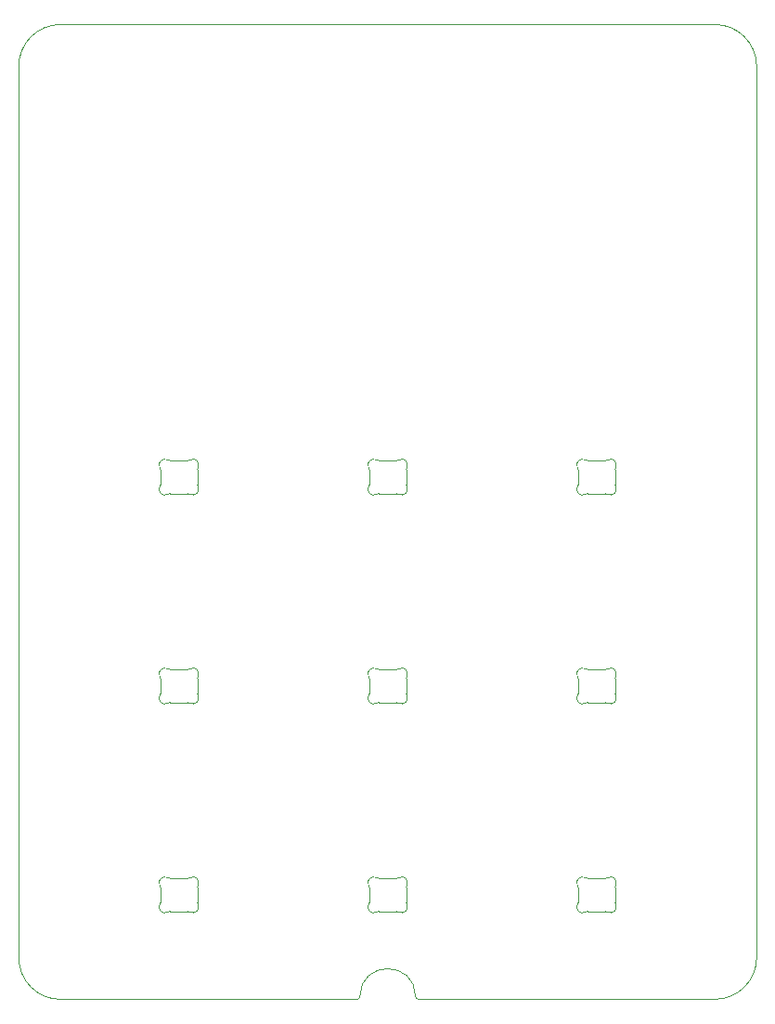
<source format=gbr>
%TF.GenerationSoftware,KiCad,Pcbnew,(5.1.9)-1*%
%TF.CreationDate,2021-04-22T22:31:28+01:00*%
%TF.ProjectId,ai03-macropad-pcb,61693033-2d6d-4616-9372-6f7061642d70,rev?*%
%TF.SameCoordinates,Original*%
%TF.FileFunction,Profile,NP*%
%FSLAX46Y46*%
G04 Gerber Fmt 4.6, Leading zero omitted, Abs format (unit mm)*
G04 Created by KiCad (PCBNEW (5.1.9)-1) date 2021-04-22 22:31:28*
%MOMM*%
%LPD*%
G01*
G04 APERTURE LIST*
%TA.AperFunction,Profile*%
%ADD10C,0.050000*%
%TD*%
%TA.AperFunction,Profile*%
%ADD11C,0.100000*%
%TD*%
G04 APERTURE END LIST*
D10*
X69469000Y-189230000D02*
X96517884Y-189232116D01*
X36830000Y-189230000D02*
X63881000Y-189230000D01*
X64135000Y-188976000D02*
G75*
G02*
X63881000Y-189230000I-254000J0D01*
G01*
X69469000Y-189230000D02*
G75*
G02*
X69215000Y-188976000I0J254000D01*
G01*
X64135000Y-188976000D02*
G75*
G02*
X69215000Y-188976000I2540000J0D01*
G01*
X100332116Y-104140000D02*
X100330000Y-185420000D01*
X96520000Y-100327884D02*
X36830000Y-100327884D01*
X33020000Y-185420000D02*
X33022116Y-104140000D01*
X33017884Y-104140000D02*
G75*
G02*
X36830000Y-100327884I3812116J0D01*
G01*
X96520000Y-100327884D02*
G75*
G02*
X100332116Y-104140000I0J-3812116D01*
G01*
X36830000Y-189232116D02*
G75*
G02*
X33017884Y-185420000I0J3812116D01*
G01*
X100330000Y-185420000D02*
G75*
G02*
X96517884Y-189232116I-3812116J0D01*
G01*
D11*
%TO.C,D11*%
X45925001Y-142307841D02*
X45925001Y-140902157D01*
X46830548Y-140105000D02*
X48419453Y-140105000D01*
X49324999Y-140902157D02*
X49324999Y-142307841D01*
X48419452Y-143104999D02*
X46830548Y-143104999D01*
X46578290Y-143173298D02*
G75*
G02*
X46830548Y-143104999I252258J-431701D01*
G01*
X48419452Y-143104999D02*
G75*
G02*
X48671711Y-143173298I0J-500000D01*
G01*
X49374484Y-142524718D02*
G75*
G02*
X48671711Y-143173298I-450515J-216879D01*
G01*
X49374484Y-142524719D02*
G75*
G02*
X49324999Y-142307841I450515J216878D01*
G01*
X49324999Y-140902156D02*
G75*
G02*
X49374484Y-140685279I500000J-1D01*
G01*
X48671711Y-140036702D02*
G75*
G02*
X49374484Y-140685279I252258J-431700D01*
G01*
X48671711Y-140036701D02*
G75*
G02*
X48419453Y-140105000I-252258J431701D01*
G01*
X46830547Y-140104999D02*
G75*
G02*
X46578289Y-140036700I1J499999D01*
G01*
X45875516Y-140685279D02*
G75*
G02*
X46578289Y-140036700I450515J216878D01*
G01*
X45875516Y-140685279D02*
G75*
G02*
X45925001Y-140902157I-450515J-216878D01*
G01*
X45925001Y-142307842D02*
G75*
G02*
X45875516Y-142524719I-500000J1D01*
G01*
X46578289Y-143173296D02*
G75*
G02*
X45875516Y-142524719I-252258J431700D01*
G01*
%TO.C,D15*%
X64975001Y-142307841D02*
X64975001Y-140902157D01*
X65880548Y-140105000D02*
X67469453Y-140105000D01*
X68374999Y-140902157D02*
X68374999Y-142307841D01*
X67469452Y-143104999D02*
X65880548Y-143104999D01*
X65628290Y-143173298D02*
G75*
G02*
X65880548Y-143104999I252258J-431701D01*
G01*
X67469452Y-143104999D02*
G75*
G02*
X67721711Y-143173298I0J-500000D01*
G01*
X68424484Y-142524718D02*
G75*
G02*
X67721711Y-143173298I-450515J-216879D01*
G01*
X68424484Y-142524719D02*
G75*
G02*
X68374999Y-142307841I450515J216878D01*
G01*
X68374999Y-140902156D02*
G75*
G02*
X68424484Y-140685279I500000J-1D01*
G01*
X67721711Y-140036702D02*
G75*
G02*
X68424484Y-140685279I252258J-431700D01*
G01*
X67721711Y-140036701D02*
G75*
G02*
X67469453Y-140105000I-252258J431701D01*
G01*
X65880547Y-140104999D02*
G75*
G02*
X65628289Y-140036700I1J499999D01*
G01*
X64925516Y-140685279D02*
G75*
G02*
X65628289Y-140036700I450515J216878D01*
G01*
X64925516Y-140685279D02*
G75*
G02*
X64975001Y-140902157I-450515J-216878D01*
G01*
X64975001Y-142307842D02*
G75*
G02*
X64925516Y-142524719I-500000J1D01*
G01*
X65628289Y-143173296D02*
G75*
G02*
X64925516Y-142524719I-252258J431700D01*
G01*
%TO.C,D19*%
X84025001Y-161357841D02*
X84025001Y-159952157D01*
X84930548Y-159155000D02*
X86519453Y-159155000D01*
X87424999Y-159952157D02*
X87424999Y-161357841D01*
X86519452Y-162154999D02*
X84930548Y-162154999D01*
X84678290Y-162223298D02*
G75*
G02*
X84930548Y-162154999I252258J-431701D01*
G01*
X86519452Y-162154999D02*
G75*
G02*
X86771711Y-162223298I0J-500000D01*
G01*
X87474484Y-161574718D02*
G75*
G02*
X86771711Y-162223298I-450515J-216879D01*
G01*
X87474484Y-161574719D02*
G75*
G02*
X87424999Y-161357841I450515J216878D01*
G01*
X87424999Y-159952156D02*
G75*
G02*
X87474484Y-159735279I500000J-1D01*
G01*
X86771711Y-159086702D02*
G75*
G02*
X87474484Y-159735279I252258J-431700D01*
G01*
X86771711Y-159086701D02*
G75*
G02*
X86519453Y-159155000I-252258J431701D01*
G01*
X84930547Y-159154999D02*
G75*
G02*
X84678289Y-159086700I1J499999D01*
G01*
X83975516Y-159735279D02*
G75*
G02*
X84678289Y-159086700I450515J216878D01*
G01*
X83975516Y-159735279D02*
G75*
G02*
X84025001Y-159952157I-450515J-216878D01*
G01*
X84025001Y-161357842D02*
G75*
G02*
X83975516Y-161574719I-500000J1D01*
G01*
X84678289Y-162223296D02*
G75*
G02*
X83975516Y-161574719I-252258J431700D01*
G01*
%TO.C,D16*%
X64975001Y-161357841D02*
X64975001Y-159952157D01*
X65880548Y-159155000D02*
X67469453Y-159155000D01*
X68374999Y-159952157D02*
X68374999Y-161357841D01*
X67469452Y-162154999D02*
X65880548Y-162154999D01*
X65628290Y-162223298D02*
G75*
G02*
X65880548Y-162154999I252258J-431701D01*
G01*
X67469452Y-162154999D02*
G75*
G02*
X67721711Y-162223298I0J-500000D01*
G01*
X68424484Y-161574718D02*
G75*
G02*
X67721711Y-162223298I-450515J-216879D01*
G01*
X68424484Y-161574719D02*
G75*
G02*
X68374999Y-161357841I450515J216878D01*
G01*
X68374999Y-159952156D02*
G75*
G02*
X68424484Y-159735279I500000J-1D01*
G01*
X67721711Y-159086702D02*
G75*
G02*
X68424484Y-159735279I252258J-431700D01*
G01*
X67721711Y-159086701D02*
G75*
G02*
X67469453Y-159155000I-252258J431701D01*
G01*
X65880547Y-159154999D02*
G75*
G02*
X65628289Y-159086700I1J499999D01*
G01*
X64925516Y-159735279D02*
G75*
G02*
X65628289Y-159086700I450515J216878D01*
G01*
X64925516Y-159735279D02*
G75*
G02*
X64975001Y-159952157I-450515J-216878D01*
G01*
X64975001Y-161357842D02*
G75*
G02*
X64925516Y-161574719I-500000J1D01*
G01*
X65628289Y-162223296D02*
G75*
G02*
X64925516Y-161574719I-252258J431700D01*
G01*
%TO.C,D12*%
X45925001Y-161357841D02*
X45925001Y-159952157D01*
X46830548Y-159155000D02*
X48419453Y-159155000D01*
X49324999Y-159952157D02*
X49324999Y-161357841D01*
X48419452Y-162154999D02*
X46830548Y-162154999D01*
X46578290Y-162223298D02*
G75*
G02*
X46830548Y-162154999I252258J-431701D01*
G01*
X48419452Y-162154999D02*
G75*
G02*
X48671711Y-162223298I0J-500000D01*
G01*
X49374484Y-161574718D02*
G75*
G02*
X48671711Y-162223298I-450515J-216879D01*
G01*
X49374484Y-161574719D02*
G75*
G02*
X49324999Y-161357841I450515J216878D01*
G01*
X49324999Y-159952156D02*
G75*
G02*
X49374484Y-159735279I500000J-1D01*
G01*
X48671711Y-159086702D02*
G75*
G02*
X49374484Y-159735279I252258J-431700D01*
G01*
X48671711Y-159086701D02*
G75*
G02*
X48419453Y-159155000I-252258J431701D01*
G01*
X46830547Y-159154999D02*
G75*
G02*
X46578289Y-159086700I1J499999D01*
G01*
X45875516Y-159735279D02*
G75*
G02*
X46578289Y-159086700I450515J216878D01*
G01*
X45875516Y-159735279D02*
G75*
G02*
X45925001Y-159952157I-450515J-216878D01*
G01*
X45925001Y-161357842D02*
G75*
G02*
X45875516Y-161574719I-500000J1D01*
G01*
X46578289Y-162223296D02*
G75*
G02*
X45875516Y-161574719I-252258J431700D01*
G01*
%TO.C,D20*%
X84025001Y-180407841D02*
X84025001Y-179002157D01*
X84930548Y-178205000D02*
X86519453Y-178205000D01*
X87424999Y-179002157D02*
X87424999Y-180407841D01*
X86519452Y-181204999D02*
X84930548Y-181204999D01*
X84678290Y-181273298D02*
G75*
G02*
X84930548Y-181204999I252258J-431701D01*
G01*
X86519452Y-181204999D02*
G75*
G02*
X86771711Y-181273298I0J-500000D01*
G01*
X87474484Y-180624718D02*
G75*
G02*
X86771711Y-181273298I-450515J-216879D01*
G01*
X87474484Y-180624719D02*
G75*
G02*
X87424999Y-180407841I450515J216878D01*
G01*
X87424999Y-179002156D02*
G75*
G02*
X87474484Y-178785279I500000J-1D01*
G01*
X86771711Y-178136702D02*
G75*
G02*
X87474484Y-178785279I252258J-431700D01*
G01*
X86771711Y-178136701D02*
G75*
G02*
X86519453Y-178205000I-252258J431701D01*
G01*
X84930547Y-178204999D02*
G75*
G02*
X84678289Y-178136700I1J499999D01*
G01*
X83975516Y-178785279D02*
G75*
G02*
X84678289Y-178136700I450515J216878D01*
G01*
X83975516Y-178785279D02*
G75*
G02*
X84025001Y-179002157I-450515J-216878D01*
G01*
X84025001Y-180407842D02*
G75*
G02*
X83975516Y-180624719I-500000J1D01*
G01*
X84678289Y-181273296D02*
G75*
G02*
X83975516Y-180624719I-252258J431700D01*
G01*
%TO.C,D18*%
X84025001Y-142307841D02*
X84025001Y-140902157D01*
X84930548Y-140105000D02*
X86519453Y-140105000D01*
X87424999Y-140902157D02*
X87424999Y-142307841D01*
X86519452Y-143104999D02*
X84930548Y-143104999D01*
X84678290Y-143173298D02*
G75*
G02*
X84930548Y-143104999I252258J-431701D01*
G01*
X86519452Y-143104999D02*
G75*
G02*
X86771711Y-143173298I0J-500000D01*
G01*
X87474484Y-142524718D02*
G75*
G02*
X86771711Y-143173298I-450515J-216879D01*
G01*
X87474484Y-142524719D02*
G75*
G02*
X87424999Y-142307841I450515J216878D01*
G01*
X87424999Y-140902156D02*
G75*
G02*
X87474484Y-140685279I500000J-1D01*
G01*
X86771711Y-140036702D02*
G75*
G02*
X87474484Y-140685279I252258J-431700D01*
G01*
X86771711Y-140036701D02*
G75*
G02*
X86519453Y-140105000I-252258J431701D01*
G01*
X84930547Y-140104999D02*
G75*
G02*
X84678289Y-140036700I1J499999D01*
G01*
X83975516Y-140685279D02*
G75*
G02*
X84678289Y-140036700I450515J216878D01*
G01*
X83975516Y-140685279D02*
G75*
G02*
X84025001Y-140902157I-450515J-216878D01*
G01*
X84025001Y-142307842D02*
G75*
G02*
X83975516Y-142524719I-500000J1D01*
G01*
X84678289Y-143173296D02*
G75*
G02*
X83975516Y-142524719I-252258J431700D01*
G01*
%TO.C,D17*%
X64975001Y-180407841D02*
X64975001Y-179002157D01*
X65880548Y-178205000D02*
X67469453Y-178205000D01*
X68374999Y-179002157D02*
X68374999Y-180407841D01*
X67469452Y-181204999D02*
X65880548Y-181204999D01*
X65628290Y-181273298D02*
G75*
G02*
X65880548Y-181204999I252258J-431701D01*
G01*
X67469452Y-181204999D02*
G75*
G02*
X67721711Y-181273298I0J-500000D01*
G01*
X68424484Y-180624718D02*
G75*
G02*
X67721711Y-181273298I-450515J-216879D01*
G01*
X68424484Y-180624719D02*
G75*
G02*
X68374999Y-180407841I450515J216878D01*
G01*
X68374999Y-179002156D02*
G75*
G02*
X68424484Y-178785279I500000J-1D01*
G01*
X67721711Y-178136702D02*
G75*
G02*
X68424484Y-178785279I252258J-431700D01*
G01*
X67721711Y-178136701D02*
G75*
G02*
X67469453Y-178205000I-252258J431701D01*
G01*
X65880547Y-178204999D02*
G75*
G02*
X65628289Y-178136700I1J499999D01*
G01*
X64925516Y-178785279D02*
G75*
G02*
X65628289Y-178136700I450515J216878D01*
G01*
X64925516Y-178785279D02*
G75*
G02*
X64975001Y-179002157I-450515J-216878D01*
G01*
X64975001Y-180407842D02*
G75*
G02*
X64925516Y-180624719I-500000J1D01*
G01*
X65628289Y-181273296D02*
G75*
G02*
X64925516Y-180624719I-252258J431700D01*
G01*
%TO.C,D13*%
X45925001Y-180407841D02*
X45925001Y-179002157D01*
X46830548Y-178205000D02*
X48419453Y-178205000D01*
X49324999Y-179002157D02*
X49324999Y-180407841D01*
X48419452Y-181204999D02*
X46830548Y-181204999D01*
X46578290Y-181273298D02*
G75*
G02*
X46830548Y-181204999I252258J-431701D01*
G01*
X48419452Y-181204999D02*
G75*
G02*
X48671711Y-181273298I0J-500000D01*
G01*
X49374484Y-180624718D02*
G75*
G02*
X48671711Y-181273298I-450515J-216879D01*
G01*
X49374484Y-180624719D02*
G75*
G02*
X49324999Y-180407841I450515J216878D01*
G01*
X49324999Y-179002156D02*
G75*
G02*
X49374484Y-178785279I500000J-1D01*
G01*
X48671711Y-178136702D02*
G75*
G02*
X49374484Y-178785279I252258J-431700D01*
G01*
X48671711Y-178136701D02*
G75*
G02*
X48419453Y-178205000I-252258J431701D01*
G01*
X46830547Y-178204999D02*
G75*
G02*
X46578289Y-178136700I1J499999D01*
G01*
X45875516Y-178785279D02*
G75*
G02*
X46578289Y-178136700I450515J216878D01*
G01*
X45875516Y-178785279D02*
G75*
G02*
X45925001Y-179002157I-450515J-216878D01*
G01*
X45925001Y-180407842D02*
G75*
G02*
X45875516Y-180624719I-500000J1D01*
G01*
X46578289Y-181273296D02*
G75*
G02*
X45875516Y-180624719I-252258J431700D01*
G01*
%TD*%
M02*

</source>
